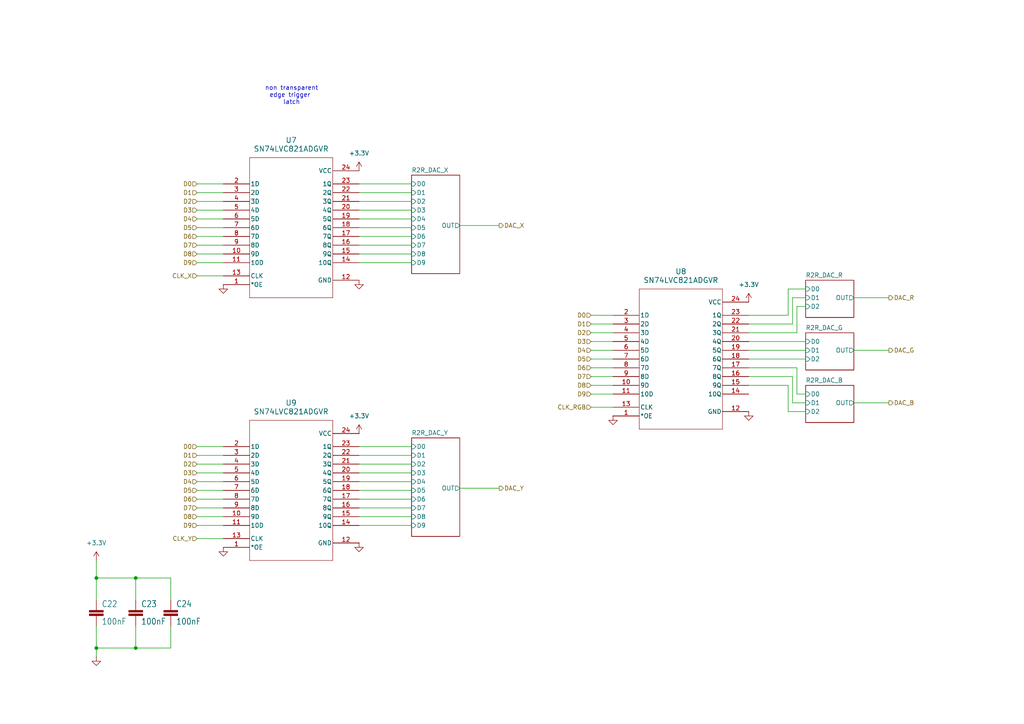
<source format=kicad_sch>
(kicad_sch (version 20250114) (generator "eeschema") (generator_version "9.0")
  (paper "A4")
  (lib_symbols
    (symbol "SN74LVC821ADGVR:SN74LVC821ADGVR" (pin_names (offset 0.254))
      (property "Reference" "U" (at 20.32 10.16 0))
      (property "Value" "SN74LVC821ADGVR" (at 20.32 7.62 0))
      (symbol "SN74LVC821ADGVR_0_1"
        (polyline (pts (xy 7.62 5.08) (xy 7.62 -35.56)) (stroke (width 0.127)))
        (polyline (pts (xy 7.62 -35.56) (xy 31.75 -35.56)) (stroke (width 0.127)))
        (polyline (pts (xy 31.75 5.08) (xy 7.62 5.08)) (stroke (width 0.127)))
        (polyline (pts (xy 31.75 -35.56) (xy 31.75 5.08)) (stroke (width 0.127)))
        (pin input line (at 0 -2.54 0) (length 7.62) (name "1D") (number "2"))
        (pin input line (at 0 -5.08 0) (length 7.62) (name "2D") (number "3"))
        (pin input line (at 0 -7.62 0) (length 7.62) (name "3D") (number "4"))
        (pin input line (at 0 -10.16 0) (length 7.62) (name "4D") (number "5"))
        (pin input line (at 0 -12.7 0) (length 7.62) (name "5D") (number "6"))
        (pin input line (at 0 -15.24 0) (length 7.62) (name "6D") (number "7"))
        (pin input line (at 0 -17.78 0) (length 7.62) (name "7D") (number "8"))
        (pin input line (at 0 -20.32 0) (length 7.62) (name "8D") (number "9"))
        (pin input line (at 0 -22.86 0) (length 7.62) (name "9D") (number "10"))
        (pin input line (at 0 -25.4 0) (length 7.62) (name "10D") (number "11"))
        (pin input line (at 0 -29.21 0) (length 7.62) (name "CLK") (number "13"))
        (pin input line (at 0 -31.75 0) (length 7.62) (name "*OE") (number "1"))
        (pin power_in line (at 39.37 1.27 180) (length 7.62) (name "VCC") (number "24"))
        (pin output line (at 39.37 -2.54 180) (length 7.62) (name "1Q") (number "23"))
        (pin output line (at 39.37 -5.08 180) (length 7.62) (name "2Q") (number "22"))
        (pin output line (at 39.37 -7.62 180) (length 7.62) (name "3Q") (number "21"))
        (pin output line (at 39.37 -10.16 180) (length 7.62) (name "4Q") (number "20"))
        (pin output line (at 39.37 -12.7 180) (length 7.62) (name "5Q") (number "19"))
        (pin output line (at 39.37 -15.24 180) (length 7.62) (name "6Q") (number "18"))
        (pin output line (at 39.37 -17.78 180) (length 7.62) (name "7Q") (number "17"))
        (pin output line (at 39.37 -20.32 180) (length 7.62) (name "8Q") (number "16"))
        (pin output line (at 39.37 -22.86 180) (length 7.62) (name "9Q") (number "15"))
        (pin output line (at 39.37 -25.4 180) (length 7.62) (name "10Q") (number "14"))
        (pin power_in line (at 39.37 -30.48 180) (length 7.62) (name "GND") (number "12"))
      )
    )
    (symbol "mister-vector-eagle-import:C-EUC0603"
      (property "Reference" "C" (at 1.524 0.381 0))
      (symbol "C-EUC0603_1_0"
        (rectangle (start -2.032 -1.016) (end 2.032 -0.508) (fill (type outline)))
        (rectangle (start -2.032 -2.032) (end 2.032 -1.524) (fill (type outline)))
        (polyline (pts (xy 0 0) (xy 0 -0.508)) (stroke (width 0.1524)))
        (polyline (pts (xy 0 -2.54) (xy 0 -2.032)) (stroke (width 0.1524)))
        (pin passive line (at 0 2.54 270) (length 2.54) (name "1") (number "1"))
        (pin passive line (at 0 -5.08 90) (length 2.54) (name "2") (number "2"))
      )
    )
    (symbol "power:+3.3V" (power) (pin_numbers (hide yes)) (pin_names (offset 0) (hide yes))
      (property "Value" "+3.3V" (at 0 3.556 0))
      (symbol "+3.3V_0_1"
        (polyline (pts (xy -0.762 1.27) (xy 0 2.54)))
        (polyline (pts (xy 0 2.54) (xy 0.762 1.27)))
        (polyline (pts (xy 0 0) (xy 0 2.54)))
      )
      (symbol "+3.3V_1_1"
        (pin power_in line (at 0 0 90) (length 0) (name "~") (number "1"))
      )
    )
    (symbol "power:GND" (power) (pin_numbers (hide yes)) (pin_names (offset 0) (hide yes))
      (property "Value" "GND" (at 0 -3.81 0))
      (symbol "GND_0_1"
        (polyline (pts (xy 0 0) (xy 0 -1.27) (xy 1.27 -1.27) (xy 0 -2.54) (xy -1.27 -1.27) (xy 0 -1.27)))
      )
      (symbol "GND_1_1"
        (pin power_in line (at 0 0 270) (length 0) (name "~") (number "1"))
      )
    )
  )
  (text "non transparent\nedge trigger \nlatch" (at 84.582 27.686 0) (effects (font (size 1.27 1.27))))
  (junction (at 27.94 187.96))
  (junction (at 39.37 187.96))
  (junction (at 39.37 167.64))
  (junction (at 27.94 167.64))
  (wire (pts (xy 27.94 181.61) (xy 27.94 187.96)) (stroke (width 0.1524)))
  (wire (pts (xy 57.15 142.24) (xy 64.77 142.24)))
  (wire (pts (xy 233.68 114.3) (xy 231.14 114.3)))
  (wire (pts (xy 57.15 63.5) (xy 64.77 63.5)))
  (wire (pts (xy 217.17 111.76) (xy 228.6 111.76)))
  (wire (pts (xy 39.37 187.96) (xy 49.53 187.96)) (stroke (width 0.1524)))
  (wire (pts (xy 233.68 116.84) (xy 229.87 116.84)))
  (wire (pts (xy 57.15 76.2) (xy 64.77 76.2)))
  (wire (pts (xy 57.15 147.32) (xy 64.77 147.32)))
  (wire (pts (xy 57.15 71.12) (xy 64.77 71.12)))
  (wire (pts (xy 104.14 147.32) (xy 119.38 147.32)))
  (wire (pts (xy 104.14 76.2) (xy 119.38 76.2)))
  (wire (pts (xy 104.14 58.42) (xy 119.38 58.42)))
  (wire (pts (xy 57.15 134.62) (xy 64.77 134.62)))
  (wire (pts (xy 104.14 139.7) (xy 119.38 139.7)))
  (wire (pts (xy 257.81 101.6) (xy 247.65 101.6)))
  (wire (pts (xy 27.94 170.18) (xy 27.94 173.99)))
  (wire (pts (xy 57.15 144.78) (xy 64.77 144.78)))
  (wire (pts (xy 228.6 119.38) (xy 228.6 111.76)))
  (wire (pts (xy 231.14 88.9) (xy 231.14 96.52)))
  (wire (pts (xy 104.14 71.12) (xy 119.38 71.12)))
  (wire (pts (xy 104.14 73.66) (xy 119.38 73.66)))
  (wire (pts (xy 27.94 167.64) (xy 27.94 162.56)) (stroke (width 0.1524)))
  (wire (pts (xy 39.37 167.64) (xy 49.53 167.64)) (stroke (width 0.1524)))
  (wire (pts (xy 171.45 109.22) (xy 177.8 109.22)))
  (wire (pts (xy 57.15 129.54) (xy 64.77 129.54)))
  (wire (pts (xy 104.14 149.86) (xy 119.38 149.86)))
  (wire (pts (xy 57.15 149.86) (xy 64.77 149.86)))
  (wire (pts (xy 57.15 156.21) (xy 64.77 156.21)))
  (wire (pts (xy 57.15 68.58) (xy 64.77 68.58)))
  (wire (pts (xy 39.37 181.61) (xy 39.37 187.96)) (stroke (width 0.1524)))
  (wire (pts (xy 104.14 55.88) (xy 119.38 55.88)))
  (wire (pts (xy 233.68 83.82) (xy 228.6 83.82)))
  (wire (pts (xy 57.15 58.42) (xy 64.77 58.42)))
  (wire (pts (xy 104.14 66.04) (xy 119.38 66.04)))
  (wire (pts (xy 104.14 129.54) (xy 119.38 129.54)))
  (wire (pts (xy 57.15 53.34) (xy 64.77 53.34)))
  (wire (pts (xy 57.15 137.16) (xy 64.77 137.16)))
  (wire (pts (xy 171.45 91.44) (xy 177.8 91.44)))
  (wire (pts (xy 27.94 167.64) (xy 39.37 167.64)) (stroke (width 0.1524)))
  (wire (pts (xy 217.17 101.6) (xy 233.68 101.6)))
  (wire (pts (xy 57.15 132.08) (xy 64.77 132.08)))
  (wire (pts (xy 104.14 63.5) (xy 119.38 63.5)))
  (wire (pts (xy 104.14 152.4) (xy 119.38 152.4)))
  (wire (pts (xy 171.45 99.06) (xy 177.8 99.06)))
  (wire (pts (xy 144.78 65.405) (xy 133.35 65.405)))
  (wire (pts (xy 57.15 55.88) (xy 64.77 55.88)))
  (wire (pts (xy 171.45 101.6) (xy 177.8 101.6)))
  (wire (pts (xy 104.14 142.24) (xy 119.38 142.24)))
  (wire (pts (xy 229.87 116.84) (xy 229.87 109.22)))
  (wire (pts (xy 217.17 91.44) (xy 228.6 91.44)))
  (wire (pts (xy 231.14 114.3) (xy 231.14 106.68)))
  (wire (pts (xy 104.14 68.58) (xy 119.38 68.58)))
  (wire (pts (xy 57.15 139.7) (xy 64.77 139.7)))
  (wire (pts (xy 217.17 104.14) (xy 233.68 104.14)))
  (wire (pts (xy 233.68 119.38) (xy 228.6 119.38)))
  (wire (pts (xy 57.15 60.96) (xy 64.77 60.96)))
  (wire (pts (xy 217.17 99.06) (xy 233.68 99.06)))
  (wire (pts (xy 57.15 80.01) (xy 64.77 80.01)))
  (wire (pts (xy 57.15 73.66) (xy 64.77 73.66)))
  (wire (pts (xy 57.15 66.04) (xy 64.77 66.04)))
  (wire (pts (xy 104.14 137.16) (xy 119.38 137.16)))
  (wire (pts (xy 27.94 170.18) (xy 27.94 167.64)) (stroke (width 0.1524)))
  (wire (pts (xy 233.68 86.36) (xy 229.87 86.36)))
  (wire (pts (xy 217.17 96.52) (xy 231.14 96.52)))
  (wire (pts (xy 57.15 152.4) (xy 64.77 152.4)))
  (wire (pts (xy 27.94 187.96) (xy 39.37 187.96)) (stroke (width 0.1524)))
  (wire (pts (xy 217.17 106.68) (xy 231.14 106.68)))
  (wire (pts (xy 229.87 109.22) (xy 217.17 109.22)))
  (wire (pts (xy 27.94 190.5) (xy 27.94 187.96)) (stroke (width 0.1524)))
  (wire (pts (xy 171.45 111.76) (xy 177.8 111.76)))
  (wire (pts (xy 104.14 144.78) (xy 119.38 144.78)))
  (wire (pts (xy 104.14 60.96) (xy 119.38 60.96)))
  (wire (pts (xy 229.87 86.36) (xy 229.87 93.98)))
  (wire (pts (xy 257.81 116.84) (xy 247.65 116.84)))
  (wire (pts (xy 257.81 86.36) (xy 247.65 86.36)))
  (wire (pts (xy 233.68 88.9) (xy 231.14 88.9)))
  (wire (pts (xy 144.78 141.605) (xy 133.35 141.605)))
  (wire (pts (xy 171.45 106.68) (xy 177.8 106.68)))
  (wire (pts (xy 104.14 53.34) (xy 119.38 53.34)))
  (wire (pts (xy 171.45 104.14) (xy 177.8 104.14)))
  (wire (pts (xy 171.45 114.3) (xy 177.8 114.3)))
  (wire (pts (xy 171.45 96.52) (xy 177.8 96.52)))
  (wire (pts (xy 49.53 181.61) (xy 49.53 187.96)) (stroke (width 0.1524)))
  (wire (pts (xy 217.17 93.98) (xy 229.87 93.98)))
  (wire (pts (xy 104.14 134.62) (xy 119.38 134.62)))
  (wire (pts (xy 228.6 83.82) (xy 228.6 91.44)))
  (wire (pts (xy 171.45 118.11) (xy 177.8 118.11)))
  (wire (pts (xy 39.37 173.99) (xy 39.37 167.64)) (stroke (width 0.1524)))
  (wire (pts (xy 171.45 93.98) (xy 177.8 93.98)))
  (wire (pts (xy 49.53 173.99) (xy 49.53 167.64)) (stroke (width 0.1524)))
  (wire (pts (xy 104.14 132.08) (xy 119.38 132.08)))
  (hierarchical_label "D6" (shape input) (at 171.45 106.68 180) (effects (font (size 1.2446 1.2446))))
  (hierarchical_label "D7" (shape input) (at 57.15 71.12 180) (effects (font (size 1.2446 1.2446))))
  (hierarchical_label "DAC_X" (shape output) (at 144.78 65.405 0) (effects (font (size 1.2446 1.2446))))
  (hierarchical_label "D5" (shape input) (at 57.15 66.04 180) (effects (font (size 1.2446 1.2446))))
  (hierarchical_label "DAC_G" (shape output) (at 257.81 101.6 0) (effects (font (size 1.2446 1.2446))))
  (hierarchical_label "D7" (shape input) (at 171.45 109.22 180) (effects (font (size 1.2446 1.2446))))
  (hierarchical_label "D9" (shape input) (at 57.15 152.4 180) (effects (font (size 1.2446 1.2446))))
  (hierarchical_label "D1" (shape input) (at 57.15 55.88 180) (effects (font (size 1.2446 1.2446))))
  (hierarchical_label "CLK_X" (shape input) (at 57.15 80.01 180) (effects (font (size 1.2446 1.2446))))
  (hierarchical_label "D0" (shape input) (at 57.15 129.54 180) (effects (font (size 1.2446 1.2446))))
  (hierarchical_label "D4" (shape input) (at 57.15 139.7 180) (effects (font (size 1.2446 1.2446))))
  (hierarchical_label "D0" (shape input) (at 171.45 91.44 180) (effects (font (size 1.2446 1.2446))))
  (hierarchical_label "D8" (shape input) (at 171.45 111.76 180) (effects (font (size 1.2446 1.2446))))
  (hierarchical_label "D3" (shape input) (at 57.15 60.96 180) (effects (font (size 1.2446 1.2446))))
  (hierarchical_label "D5" (shape input) (at 171.45 104.14 180) (effects (font (size 1.2446 1.2446))))
  (hierarchical_label "DAC_Y" (shape output) (at 144.78 141.605 0) (effects (font (size 1.2446 1.2446))))
  (hierarchical_label "D9" (shape input) (at 57.15 76.2 180) (effects (font (size 1.2446 1.2446))))
  (hierarchical_label "D6" (shape input) (at 57.15 68.58 180) (effects (font (size 1.2446 1.2446))))
  (hierarchical_label "D8" (shape input) (at 57.15 149.86 180) (effects (font (size 1.2446 1.2446))))
  (hierarchical_label "D9" (shape input) (at 171.45 114.3 180) (effects (font (size 1.2446 1.2446))))
  (hierarchical_label "D5" (shape input) (at 57.15 142.24 180) (effects (font (size 1.2446 1.2446))))
  (hierarchical_label "D1" (shape input) (at 57.15 132.08 180) (effects (font (size 1.2446 1.2446))))
  (hierarchical_label "D3" (shape input) (at 57.15 137.16 180) (effects (font (size 1.2446 1.2446))))
  (hierarchical_label "CLK_Y" (shape input) (at 57.15 156.21 180) (effects (font (size 1.2446 1.2446))))
  (hierarchical_label "D7" (shape input) (at 57.15 147.32 180) (effects (font (size 1.2446 1.2446))))
  (hierarchical_label "D1" (shape input) (at 171.45 93.98 180) (effects (font (size 1.2446 1.2446))))
  (hierarchical_label "D3" (shape input) (at 171.45 99.06 180) (effects (font (size 1.2446 1.2446))))
  (hierarchical_label "DAC_B" (shape output) (at 257.81 116.84 0) (effects (font (size 1.2446 1.2446))))
  (hierarchical_label "D0" (shape input) (at 57.15 53.34 180) (effects (font (size 1.2446 1.2446))))
  (hierarchical_label "CLK_RGB" (shape input) (at 171.45 118.11 180) (effects (font (size 1.2446 1.2446))))
  (hierarchical_label "D2" (shape input) (at 171.45 96.52 180) (effects (font (size 1.2446 1.2446))))
  (hierarchical_label "D4" (shape input) (at 57.15 63.5 180) (effects (font (size 1.2446 1.2446))))
  (hierarchical_label "D4" (shape input) (at 171.45 101.6 180) (effects (font (size 1.2446 1.2446))))
  (hierarchical_label "D8" (shape input) (at 57.15 73.66 180) (effects (font (size 1.2446 1.2446))))
  (hierarchical_label "D2" (shape input) (at 57.15 58.42 180) (effects (font (size 1.2446 1.2446))))
  (hierarchical_label "DAC_R" (shape output) (at 257.81 86.36 0) (effects (font (size 1.2446 1.2446))))
  (hierarchical_label "D6" (shape input) (at 57.15 144.78 180) (effects (font (size 1.2446 1.2446))))
  (hierarchical_label "D2" (shape input) (at 57.15 134.62 180) (effects (font (size 1.2446 1.2446))))
  (symbol (lib_id "power:GND") (at 64.77 82.55 0) (unit 1)
    (property "Reference" "#PWR052" (effects (hide yes)))
    (property "Value" "GND" (effects (hide yes)))
    (property "Description" "Power symbol creates a global label with name \"GND\" , ground" (effects (hide yes)))
  )
  (symbol (lib_id "power:GND") (at 217.17 119.38 0) (unit 1)
    (property "Reference" "#PWR054" (effects (hide yes)))
    (property "Value" "GND" (effects (hide yes)))
    (property "Description" "Power symbol creates a global label with name \"GND\" , ground" (effects (hide yes)))
  )
  (symbol (lib_id "SN74LVC821ADGVR:SN74LVC821ADGVR") (at 64.77 50.8 0) (unit 1)
    (property "Reference" "U7" (at 84.455 40.64 0) (effects (font (size 1.524 1.524))))
    (property "Value" "SN74LVC821ADGVR" (at 84.455 43.18 0) (effects (font (size 1.524 1.524))))
    (property "Datasheet" "SN74LVC821ADGVR" (effects (hide yes)))
    (property "LCSC" "C2869439" (effects (hide yes)))
  )
  (symbol (lib_id "power:GND") (at 104.14 157.48 0) (unit 1)
    (property "Reference" "#PWR057" (effects (hide yes)))
    (property "Value" "GND" (effects (hide yes)))
    (property "Description" "Power symbol creates a global label with name \"GND\" , ground" (effects (hide yes)))
  )
  (symbol (lib_id "mister-vector-eagle-import:C-EUC0603") (at 49.53 176.53 0) (unit 1)
    (property "Reference" "C24" (at 51.054 176.149 0) (effects (font (size 1.778 1.5113)) (justify left bottom)))
    (property "Value" "100nF" (at 51.054 181.229 0) (effects (font (size 1.778 1.5113)) (justify left bottom)))
    (property "Footprint" "Capacitor_SMD:C_0402_1005Metric" (effects (hide yes)))
    (property "LCSC" "C307331" (effects (hide yes)))
  )
  (symbol (lib_id "SN74LVC821ADGVR:SN74LVC821ADGVR") (at 64.77 127 0) (unit 1)
    (property "Reference" "U9" (at 84.455 116.84 0) (effects (font (size 1.524 1.524))))
    (property "Value" "SN74LVC821ADGVR" (at 84.455 119.38 0) (effects (font (size 1.524 1.524))))
    (property "Datasheet" "SN74LVC821ADGVR" (effects (hide yes)))
    (property "LCSC" "C2869439" (effects (hide yes)))
  )
  (symbol (lib_id "mister-vector-eagle-import:C-EUC0603") (at 27.94 176.53 0) (unit 1)
    (property "Reference" "C22" (at 29.464 176.149 0) (effects (font (size 1.778 1.5113)) (justify left bottom)))
    (property "Value" "100nF" (at 29.464 181.229 0) (effects (font (size 1.778 1.5113)) (justify left bottom)))
    (property "Footprint" "Capacitor_SMD:C_0402_1005Metric" (effects (hide yes)))
    (property "LCSC" "C307331" (effects (hide yes)))
  )
  (symbol (lib_id "power:GND") (at 64.77 158.75 0) (unit 1)
    (property "Reference" "#PWR058" (effects (hide yes)))
    (property "Value" "GND" (effects (hide yes)))
    (property "Description" "Power symbol creates a global label with name \"GND\" , ground" (effects (hide yes)))
  )
  (symbol (lib_id "power:GND") (at 27.94 190.5 0) (unit 1)
    (property "Reference" "#PWR060" (effects (hide yes)))
    (property "Value" "GND" (effects (hide yes)))
    (property "Description" "Power symbol creates a global label with name \"GND\" , ground" (effects (hide yes)))
  )
  (symbol (lib_id "power:GND") (at 104.14 81.28 0) (unit 1)
    (property "Reference" "#PWR051" (effects (hide yes)))
    (property "Value" "GND" (effects (hide yes)))
    (property "Description" "Power symbol creates a global label with name \"GND\" , ground" (effects (hide yes)))
  )
  (symbol (lib_id "SN74LVC821ADGVR:SN74LVC821ADGVR") (at 177.8 88.9 0) (unit 1)
    (property "Reference" "U8" (at 197.485 78.74 0) (effects (font (size 1.524 1.524))))
    (property "Value" "SN74LVC821ADGVR" (at 197.485 81.28 0) (effects (font (size 1.524 1.524))))
    (property "Datasheet" "SN74LVC821ADGVR" (effects (hide yes)))
    (property "LCSC" "C2869439" (effects (hide yes)))
  )
  (symbol (lib_id "power:+3.3V") (at 27.94 162.56 0) (unit 1)
    (property "Reference" "#PWR059" (effects (hide yes)))
    (property "Value" "+3.3V" (at 27.94 157.48 0))
    (property "Description" "Power symbol creates a global label with name \"+3.3V\"" (effects (hide yes)))
  )
  (symbol (lib_id "power:+3.3V") (at 104.14 125.73 0) (unit 1)
    (property "Reference" "#PWR056" (effects (hide yes)))
    (property "Value" "+3.3V" (at 104.14 120.65 0))
    (property "Description" "Power symbol creates a global label with name \"+3.3V\"" (effects (hide yes)))
  )
  (symbol (lib_id "power:GND") (at 177.8 120.65 0) (unit 1)
    (property "Reference" "#PWR055" (effects (hide yes)))
    (property "Value" "GND" (effects (hide yes)))
    (property "Description" "Power symbol creates a global label with name \"GND\" , ground" (effects (hide yes)))
  )
  (symbol (lib_id "power:+3.3V") (at 104.14 49.53 0) (unit 1)
    (property "Reference" "#PWR050" (effects (hide yes)))
    (property "Value" "+3.3V" (at 104.14 44.45 0))
    (property "Description" "Power symbol creates a global label with name \"+3.3V\"" (effects (hide yes)))
  )
  (symbol (lib_id "mister-vector-eagle-import:C-EUC0603") (at 39.37 176.53 0) (unit 1)
    (property "Reference" "C23" (at 40.894 176.149 0) (effects (font (size 1.778 1.5113)) (justify left bottom)))
    (property "Value" "100nF" (at 40.894 181.229 0) (effects (font (size 1.778 1.5113)) (justify left bottom)))
    (property "Footprint" "Capacitor_SMD:C_0402_1005Metric" (effects (hide yes)))
    (property "LCSC" "C307331" (effects (hide yes)))
  )
  (symbol (lib_id "power:+3.3V") (at 217.17 87.63 0) (unit 1)
    (property "Reference" "#PWR053" (effects (hide yes)))
    (property "Value" "+3.3V" (at 217.17 82.55 0))
    (property "Description" "Power symbol creates a global label with name \"+3.3V\"" (effects (hide yes)))
  )
  (sheet (at 233.68 96.52) (size 13.97 10.795) (stroke (width 0.1524))
    (property "Sheetname" "R2R_DAC_G" (at 233.68 95.8084 0) (effects (justify left bottom)))
    (property "Sheetfile" "r2rdac3.kicad_sch" (effects (hide yes)))
    (pin "OUT" output (at 247.65 101.6 0))
    (pin "D1" input (at 233.68 101.6 180))
    (pin "D0" input (at 233.68 99.06 180))
    (pin "D2" input (at 233.68 104.14 180))
  )
  (sheet (at 233.68 111.76) (size 13.97 10.795) (stroke (width 0.1524))
    (property "Sheetname" "R2R_DAC_B" (at 233.68 111.0484 0) (effects (justify left bottom)))
    (property "Sheetfile" "r2rdac3.kicad_sch" (effects (hide yes)))
    (pin "OUT" output (at 247.65 116.84 0))
    (pin "D1" input (at 233.68 116.84 180))
    (pin "D0" input (at 233.68 114.3 180))
    (pin "D2" input (at 233.68 119.38 180))
  )
  (sheet (at 119.38 127) (size 13.97 28.575) (stroke (width 0.1524))
    (property "Sheetname" "R2R_DAC_Y" (at 119.38 126.2884 0) (effects (justify left bottom)))
    (property "Sheetfile" "r2rdac10.kicad_sch" (effects (hide yes)))
    (pin "OUT" output (at 133.35 141.605 0))
    (pin "D6" input (at 119.38 144.78 180))
    (pin "D9" input (at 119.38 152.4 180))
    (pin "D1" input (at 119.38 132.08 180))
    (pin "D3" input (at 119.38 137.16 180))
    (pin "D5" input (at 119.38 142.24 180))
    (pin "D0" input (at 119.38 129.54 180))
    (pin "D4" input (at 119.38 139.7 180))
    (pin "D7" input (at 119.38 147.32 180))
    (pin "D8" input (at 119.38 149.86 180))
    (pin "D2" input (at 119.38 134.62 180))
  )
  (sheet (at 119.38 50.8) (size 13.97 28.575) (stroke (width 0.1524))
    (property "Sheetname" "R2R_DAC_X" (at 119.38 50.0884 0) (effects (justify left bottom)))
    (property "Sheetfile" "r2rdac10.kicad_sch" (effects (hide yes)))
    (pin "OUT" output (at 133.35 65.405 0))
    (pin "D6" input (at 119.38 68.58 180))
    (pin "D9" input (at 119.38 76.2 180))
    (pin "D1" input (at 119.38 55.88 180))
    (pin "D3" input (at 119.38 60.96 180))
    (pin "D5" input (at 119.38 66.04 180))
    (pin "D0" input (at 119.38 53.34 180))
    (pin "D4" input (at 119.38 63.5 180))
    (pin "D7" input (at 119.38 71.12 180))
    (pin "D8" input (at 119.38 73.66 180))
    (pin "D2" input (at 119.38 58.42 180))
  )
  (sheet (at 233.68 81.28) (size 13.97 10.795) (stroke (width 0.1524))
    (property "Sheetname" "R2R_DAC_R" (at 233.68 80.5684 0) (effects (justify left bottom)))
    (property "Sheetfile" "r2rdac3.kicad_sch" (effects (hide yes)))
    (pin "OUT" output (at 247.65 86.36 0))
    (pin "D1" input (at 233.68 86.36 180))
    (pin "D0" input (at 233.68 83.82 180))
    (pin "D2" input (at 233.68 88.9 180))
  )
)
</source>
